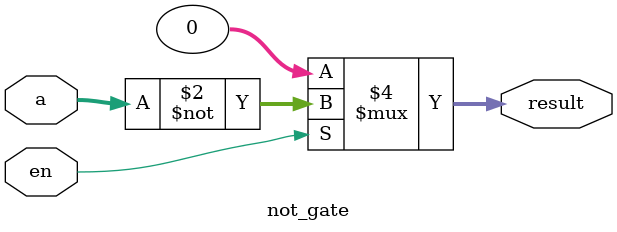
<source format=v>
module not_gate(
    input [31:0]a,
    input en,
    output reg[31:0]result
);
    always @(*) begin
        if(en)begin
            result = ~a;    
        end else begin
            result = 32'd0;  
        end
    end
endmodule
</source>
